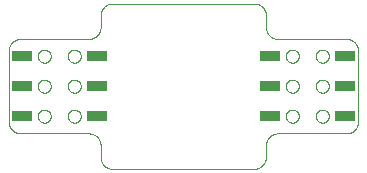
<source format=gbp>
G75*
%MOIN*%
%OFA0B0*%
%FSLAX25Y25*%
%IPPOS*%
%LPD*%
%AMOC8*
5,1,8,0,0,1.08239X$1,22.5*
%
%ADD10C,0.00000*%
%ADD11R,0.07087X0.03543*%
D10*
X0045791Y0032012D02*
X0045915Y0032010D01*
X0046038Y0032004D01*
X0046162Y0031995D01*
X0046284Y0031981D01*
X0046407Y0031964D01*
X0046529Y0031942D01*
X0046650Y0031917D01*
X0046770Y0031888D01*
X0046889Y0031856D01*
X0047008Y0031819D01*
X0047125Y0031779D01*
X0047240Y0031736D01*
X0047355Y0031688D01*
X0047467Y0031637D01*
X0047578Y0031583D01*
X0047688Y0031525D01*
X0047795Y0031464D01*
X0047901Y0031399D01*
X0048004Y0031331D01*
X0048105Y0031260D01*
X0048204Y0031186D01*
X0048301Y0031109D01*
X0048395Y0031028D01*
X0048486Y0030945D01*
X0048575Y0030859D01*
X0048661Y0030770D01*
X0048744Y0030679D01*
X0048825Y0030585D01*
X0048902Y0030488D01*
X0048976Y0030389D01*
X0049047Y0030288D01*
X0049115Y0030185D01*
X0049180Y0030079D01*
X0049241Y0029972D01*
X0049299Y0029862D01*
X0049353Y0029751D01*
X0049404Y0029639D01*
X0049452Y0029524D01*
X0049495Y0029409D01*
X0049535Y0029292D01*
X0049572Y0029173D01*
X0049604Y0029054D01*
X0049633Y0028934D01*
X0049658Y0028813D01*
X0049680Y0028691D01*
X0049697Y0028568D01*
X0049711Y0028446D01*
X0049720Y0028322D01*
X0049726Y0028199D01*
X0049728Y0028075D01*
X0049728Y0024138D01*
X0049730Y0024014D01*
X0049736Y0023891D01*
X0049745Y0023767D01*
X0049759Y0023645D01*
X0049776Y0023522D01*
X0049798Y0023400D01*
X0049823Y0023279D01*
X0049852Y0023159D01*
X0049884Y0023040D01*
X0049921Y0022921D01*
X0049961Y0022804D01*
X0050004Y0022689D01*
X0050052Y0022574D01*
X0050103Y0022462D01*
X0050157Y0022351D01*
X0050215Y0022241D01*
X0050276Y0022134D01*
X0050341Y0022028D01*
X0050409Y0021925D01*
X0050480Y0021824D01*
X0050554Y0021725D01*
X0050631Y0021628D01*
X0050712Y0021534D01*
X0050795Y0021443D01*
X0050881Y0021354D01*
X0050970Y0021268D01*
X0051061Y0021185D01*
X0051155Y0021104D01*
X0051252Y0021027D01*
X0051351Y0020953D01*
X0051452Y0020882D01*
X0051555Y0020814D01*
X0051661Y0020749D01*
X0051768Y0020688D01*
X0051878Y0020630D01*
X0051989Y0020576D01*
X0052101Y0020525D01*
X0052216Y0020477D01*
X0052331Y0020434D01*
X0052448Y0020394D01*
X0052567Y0020357D01*
X0052686Y0020325D01*
X0052806Y0020296D01*
X0052927Y0020271D01*
X0053049Y0020249D01*
X0053172Y0020232D01*
X0053294Y0020218D01*
X0053418Y0020209D01*
X0053541Y0020203D01*
X0053665Y0020201D01*
X0100909Y0020201D01*
X0101033Y0020203D01*
X0101156Y0020209D01*
X0101280Y0020218D01*
X0101402Y0020232D01*
X0101525Y0020249D01*
X0101647Y0020271D01*
X0101768Y0020296D01*
X0101888Y0020325D01*
X0102007Y0020357D01*
X0102126Y0020394D01*
X0102243Y0020434D01*
X0102358Y0020477D01*
X0102473Y0020525D01*
X0102585Y0020576D01*
X0102696Y0020630D01*
X0102806Y0020688D01*
X0102913Y0020749D01*
X0103019Y0020814D01*
X0103122Y0020882D01*
X0103223Y0020953D01*
X0103322Y0021027D01*
X0103419Y0021104D01*
X0103513Y0021185D01*
X0103604Y0021268D01*
X0103693Y0021354D01*
X0103779Y0021443D01*
X0103862Y0021534D01*
X0103943Y0021628D01*
X0104020Y0021725D01*
X0104094Y0021824D01*
X0104165Y0021925D01*
X0104233Y0022028D01*
X0104298Y0022134D01*
X0104359Y0022241D01*
X0104417Y0022351D01*
X0104471Y0022462D01*
X0104522Y0022574D01*
X0104570Y0022689D01*
X0104613Y0022804D01*
X0104653Y0022921D01*
X0104690Y0023040D01*
X0104722Y0023159D01*
X0104751Y0023279D01*
X0104776Y0023400D01*
X0104798Y0023522D01*
X0104815Y0023645D01*
X0104829Y0023767D01*
X0104838Y0023891D01*
X0104844Y0024014D01*
X0104846Y0024138D01*
X0104846Y0028075D01*
X0104848Y0028199D01*
X0104854Y0028322D01*
X0104863Y0028446D01*
X0104877Y0028568D01*
X0104894Y0028691D01*
X0104916Y0028813D01*
X0104941Y0028934D01*
X0104970Y0029054D01*
X0105002Y0029173D01*
X0105039Y0029292D01*
X0105079Y0029409D01*
X0105122Y0029524D01*
X0105170Y0029639D01*
X0105221Y0029751D01*
X0105275Y0029862D01*
X0105333Y0029972D01*
X0105394Y0030079D01*
X0105459Y0030185D01*
X0105527Y0030288D01*
X0105598Y0030389D01*
X0105672Y0030488D01*
X0105749Y0030585D01*
X0105830Y0030679D01*
X0105913Y0030770D01*
X0105999Y0030859D01*
X0106088Y0030945D01*
X0106179Y0031028D01*
X0106273Y0031109D01*
X0106370Y0031186D01*
X0106469Y0031260D01*
X0106570Y0031331D01*
X0106673Y0031399D01*
X0106779Y0031464D01*
X0106886Y0031525D01*
X0106996Y0031583D01*
X0107107Y0031637D01*
X0107219Y0031688D01*
X0107334Y0031736D01*
X0107449Y0031779D01*
X0107566Y0031819D01*
X0107685Y0031856D01*
X0107804Y0031888D01*
X0107924Y0031917D01*
X0108045Y0031942D01*
X0108167Y0031964D01*
X0108290Y0031981D01*
X0108412Y0031995D01*
X0108536Y0032004D01*
X0108659Y0032010D01*
X0108783Y0032012D01*
X0131618Y0032012D01*
X0131742Y0032014D01*
X0131865Y0032020D01*
X0131989Y0032029D01*
X0132111Y0032043D01*
X0132234Y0032060D01*
X0132356Y0032082D01*
X0132477Y0032107D01*
X0132597Y0032136D01*
X0132716Y0032168D01*
X0132835Y0032205D01*
X0132952Y0032245D01*
X0133067Y0032288D01*
X0133182Y0032336D01*
X0133294Y0032387D01*
X0133405Y0032441D01*
X0133515Y0032499D01*
X0133622Y0032560D01*
X0133728Y0032625D01*
X0133831Y0032693D01*
X0133932Y0032764D01*
X0134031Y0032838D01*
X0134128Y0032915D01*
X0134222Y0032996D01*
X0134313Y0033079D01*
X0134402Y0033165D01*
X0134488Y0033254D01*
X0134571Y0033345D01*
X0134652Y0033439D01*
X0134729Y0033536D01*
X0134803Y0033635D01*
X0134874Y0033736D01*
X0134942Y0033839D01*
X0135007Y0033945D01*
X0135068Y0034052D01*
X0135126Y0034162D01*
X0135180Y0034273D01*
X0135231Y0034385D01*
X0135279Y0034500D01*
X0135322Y0034615D01*
X0135362Y0034732D01*
X0135399Y0034851D01*
X0135431Y0034970D01*
X0135460Y0035090D01*
X0135485Y0035211D01*
X0135507Y0035333D01*
X0135524Y0035456D01*
X0135538Y0035578D01*
X0135547Y0035702D01*
X0135553Y0035825D01*
X0135555Y0035949D01*
X0135555Y0059571D01*
X0135553Y0059695D01*
X0135547Y0059818D01*
X0135538Y0059942D01*
X0135524Y0060064D01*
X0135507Y0060187D01*
X0135485Y0060309D01*
X0135460Y0060430D01*
X0135431Y0060550D01*
X0135399Y0060669D01*
X0135362Y0060788D01*
X0135322Y0060905D01*
X0135279Y0061020D01*
X0135231Y0061135D01*
X0135180Y0061247D01*
X0135126Y0061358D01*
X0135068Y0061468D01*
X0135007Y0061575D01*
X0134942Y0061681D01*
X0134874Y0061784D01*
X0134803Y0061885D01*
X0134729Y0061984D01*
X0134652Y0062081D01*
X0134571Y0062175D01*
X0134488Y0062266D01*
X0134402Y0062355D01*
X0134313Y0062441D01*
X0134222Y0062524D01*
X0134128Y0062605D01*
X0134031Y0062682D01*
X0133932Y0062756D01*
X0133831Y0062827D01*
X0133728Y0062895D01*
X0133622Y0062960D01*
X0133515Y0063021D01*
X0133405Y0063079D01*
X0133294Y0063133D01*
X0133182Y0063184D01*
X0133067Y0063232D01*
X0132952Y0063275D01*
X0132835Y0063315D01*
X0132716Y0063352D01*
X0132597Y0063384D01*
X0132477Y0063413D01*
X0132356Y0063438D01*
X0132234Y0063460D01*
X0132111Y0063477D01*
X0131989Y0063491D01*
X0131865Y0063500D01*
X0131742Y0063506D01*
X0131618Y0063508D01*
X0108783Y0063508D01*
X0108659Y0063510D01*
X0108536Y0063516D01*
X0108412Y0063525D01*
X0108290Y0063539D01*
X0108167Y0063556D01*
X0108045Y0063578D01*
X0107924Y0063603D01*
X0107804Y0063632D01*
X0107685Y0063664D01*
X0107566Y0063701D01*
X0107449Y0063741D01*
X0107334Y0063784D01*
X0107219Y0063832D01*
X0107107Y0063883D01*
X0106996Y0063937D01*
X0106886Y0063995D01*
X0106779Y0064056D01*
X0106673Y0064121D01*
X0106570Y0064189D01*
X0106469Y0064260D01*
X0106370Y0064334D01*
X0106273Y0064411D01*
X0106179Y0064492D01*
X0106088Y0064575D01*
X0105999Y0064661D01*
X0105913Y0064750D01*
X0105830Y0064841D01*
X0105749Y0064935D01*
X0105672Y0065032D01*
X0105598Y0065131D01*
X0105527Y0065232D01*
X0105459Y0065335D01*
X0105394Y0065441D01*
X0105333Y0065548D01*
X0105275Y0065658D01*
X0105221Y0065769D01*
X0105170Y0065881D01*
X0105122Y0065996D01*
X0105079Y0066111D01*
X0105039Y0066228D01*
X0105002Y0066347D01*
X0104970Y0066466D01*
X0104941Y0066586D01*
X0104916Y0066707D01*
X0104894Y0066829D01*
X0104877Y0066952D01*
X0104863Y0067074D01*
X0104854Y0067198D01*
X0104848Y0067321D01*
X0104846Y0067445D01*
X0104846Y0071382D01*
X0104844Y0071506D01*
X0104838Y0071629D01*
X0104829Y0071753D01*
X0104815Y0071875D01*
X0104798Y0071998D01*
X0104776Y0072120D01*
X0104751Y0072241D01*
X0104722Y0072361D01*
X0104690Y0072480D01*
X0104653Y0072599D01*
X0104613Y0072716D01*
X0104570Y0072831D01*
X0104522Y0072946D01*
X0104471Y0073058D01*
X0104417Y0073169D01*
X0104359Y0073279D01*
X0104298Y0073386D01*
X0104233Y0073492D01*
X0104165Y0073595D01*
X0104094Y0073696D01*
X0104020Y0073795D01*
X0103943Y0073892D01*
X0103862Y0073986D01*
X0103779Y0074077D01*
X0103693Y0074166D01*
X0103604Y0074252D01*
X0103513Y0074335D01*
X0103419Y0074416D01*
X0103322Y0074493D01*
X0103223Y0074567D01*
X0103122Y0074638D01*
X0103019Y0074706D01*
X0102913Y0074771D01*
X0102806Y0074832D01*
X0102696Y0074890D01*
X0102585Y0074944D01*
X0102473Y0074995D01*
X0102358Y0075043D01*
X0102243Y0075086D01*
X0102126Y0075126D01*
X0102007Y0075163D01*
X0101888Y0075195D01*
X0101768Y0075224D01*
X0101647Y0075249D01*
X0101525Y0075271D01*
X0101402Y0075288D01*
X0101280Y0075302D01*
X0101156Y0075311D01*
X0101033Y0075317D01*
X0100909Y0075319D01*
X0053665Y0075319D01*
X0053541Y0075317D01*
X0053418Y0075311D01*
X0053294Y0075302D01*
X0053172Y0075288D01*
X0053049Y0075271D01*
X0052927Y0075249D01*
X0052806Y0075224D01*
X0052686Y0075195D01*
X0052567Y0075163D01*
X0052448Y0075126D01*
X0052331Y0075086D01*
X0052216Y0075043D01*
X0052101Y0074995D01*
X0051989Y0074944D01*
X0051878Y0074890D01*
X0051768Y0074832D01*
X0051661Y0074771D01*
X0051555Y0074706D01*
X0051452Y0074638D01*
X0051351Y0074567D01*
X0051252Y0074493D01*
X0051155Y0074416D01*
X0051061Y0074335D01*
X0050970Y0074252D01*
X0050881Y0074166D01*
X0050795Y0074077D01*
X0050712Y0073986D01*
X0050631Y0073892D01*
X0050554Y0073795D01*
X0050480Y0073696D01*
X0050409Y0073595D01*
X0050341Y0073492D01*
X0050276Y0073386D01*
X0050215Y0073279D01*
X0050157Y0073169D01*
X0050103Y0073058D01*
X0050052Y0072946D01*
X0050004Y0072831D01*
X0049961Y0072716D01*
X0049921Y0072599D01*
X0049884Y0072480D01*
X0049852Y0072361D01*
X0049823Y0072241D01*
X0049798Y0072120D01*
X0049776Y0071998D01*
X0049759Y0071875D01*
X0049745Y0071753D01*
X0049736Y0071629D01*
X0049730Y0071506D01*
X0049728Y0071382D01*
X0049728Y0067445D01*
X0049726Y0067321D01*
X0049720Y0067198D01*
X0049711Y0067074D01*
X0049697Y0066952D01*
X0049680Y0066829D01*
X0049658Y0066707D01*
X0049633Y0066586D01*
X0049604Y0066466D01*
X0049572Y0066347D01*
X0049535Y0066228D01*
X0049495Y0066111D01*
X0049452Y0065996D01*
X0049404Y0065881D01*
X0049353Y0065769D01*
X0049299Y0065658D01*
X0049241Y0065548D01*
X0049180Y0065441D01*
X0049115Y0065335D01*
X0049047Y0065232D01*
X0048976Y0065131D01*
X0048902Y0065032D01*
X0048825Y0064935D01*
X0048744Y0064841D01*
X0048661Y0064750D01*
X0048575Y0064661D01*
X0048486Y0064575D01*
X0048395Y0064492D01*
X0048301Y0064411D01*
X0048204Y0064334D01*
X0048105Y0064260D01*
X0048004Y0064189D01*
X0047901Y0064121D01*
X0047795Y0064056D01*
X0047688Y0063995D01*
X0047578Y0063937D01*
X0047467Y0063883D01*
X0047355Y0063832D01*
X0047240Y0063784D01*
X0047125Y0063741D01*
X0047008Y0063701D01*
X0046889Y0063664D01*
X0046770Y0063632D01*
X0046650Y0063603D01*
X0046529Y0063578D01*
X0046407Y0063556D01*
X0046284Y0063539D01*
X0046162Y0063525D01*
X0046038Y0063516D01*
X0045915Y0063510D01*
X0045791Y0063508D01*
X0023055Y0063508D01*
X0022931Y0063506D01*
X0022808Y0063500D01*
X0022684Y0063491D01*
X0022562Y0063477D01*
X0022439Y0063460D01*
X0022317Y0063438D01*
X0022196Y0063413D01*
X0022076Y0063384D01*
X0021957Y0063352D01*
X0021838Y0063315D01*
X0021721Y0063275D01*
X0021606Y0063232D01*
X0021491Y0063184D01*
X0021379Y0063133D01*
X0021268Y0063079D01*
X0021158Y0063021D01*
X0021051Y0062960D01*
X0020945Y0062895D01*
X0020842Y0062827D01*
X0020741Y0062756D01*
X0020642Y0062682D01*
X0020545Y0062605D01*
X0020451Y0062524D01*
X0020360Y0062441D01*
X0020271Y0062355D01*
X0020185Y0062266D01*
X0020102Y0062175D01*
X0020021Y0062081D01*
X0019944Y0061984D01*
X0019870Y0061885D01*
X0019799Y0061784D01*
X0019731Y0061681D01*
X0019666Y0061575D01*
X0019605Y0061468D01*
X0019547Y0061358D01*
X0019493Y0061247D01*
X0019442Y0061135D01*
X0019394Y0061020D01*
X0019351Y0060905D01*
X0019311Y0060788D01*
X0019274Y0060669D01*
X0019242Y0060550D01*
X0019213Y0060430D01*
X0019188Y0060309D01*
X0019166Y0060187D01*
X0019149Y0060064D01*
X0019135Y0059942D01*
X0019126Y0059818D01*
X0019120Y0059695D01*
X0019118Y0059571D01*
X0019118Y0035949D01*
X0019120Y0035825D01*
X0019126Y0035702D01*
X0019135Y0035578D01*
X0019149Y0035456D01*
X0019166Y0035333D01*
X0019188Y0035211D01*
X0019213Y0035090D01*
X0019242Y0034970D01*
X0019274Y0034851D01*
X0019311Y0034732D01*
X0019351Y0034615D01*
X0019394Y0034500D01*
X0019442Y0034385D01*
X0019493Y0034273D01*
X0019547Y0034162D01*
X0019605Y0034052D01*
X0019666Y0033945D01*
X0019731Y0033839D01*
X0019799Y0033736D01*
X0019870Y0033635D01*
X0019944Y0033536D01*
X0020021Y0033439D01*
X0020102Y0033345D01*
X0020185Y0033254D01*
X0020271Y0033165D01*
X0020360Y0033079D01*
X0020451Y0032996D01*
X0020545Y0032915D01*
X0020642Y0032838D01*
X0020741Y0032764D01*
X0020842Y0032693D01*
X0020945Y0032625D01*
X0021051Y0032560D01*
X0021158Y0032499D01*
X0021268Y0032441D01*
X0021379Y0032387D01*
X0021491Y0032336D01*
X0021606Y0032288D01*
X0021721Y0032245D01*
X0021838Y0032205D01*
X0021957Y0032168D01*
X0022076Y0032136D01*
X0022196Y0032107D01*
X0022317Y0032082D01*
X0022439Y0032060D01*
X0022562Y0032043D01*
X0022684Y0032029D01*
X0022808Y0032020D01*
X0022931Y0032014D01*
X0023055Y0032012D01*
X0045791Y0032012D01*
X0038784Y0037760D02*
X0038786Y0037853D01*
X0038792Y0037945D01*
X0038802Y0038037D01*
X0038816Y0038128D01*
X0038833Y0038219D01*
X0038855Y0038309D01*
X0038880Y0038398D01*
X0038909Y0038486D01*
X0038942Y0038572D01*
X0038979Y0038657D01*
X0039019Y0038741D01*
X0039063Y0038822D01*
X0039110Y0038902D01*
X0039160Y0038980D01*
X0039214Y0039055D01*
X0039271Y0039128D01*
X0039331Y0039198D01*
X0039394Y0039266D01*
X0039460Y0039331D01*
X0039528Y0039393D01*
X0039599Y0039453D01*
X0039673Y0039509D01*
X0039749Y0039562D01*
X0039827Y0039611D01*
X0039907Y0039658D01*
X0039989Y0039700D01*
X0040073Y0039740D01*
X0040158Y0039775D01*
X0040245Y0039807D01*
X0040333Y0039836D01*
X0040422Y0039860D01*
X0040512Y0039881D01*
X0040603Y0039897D01*
X0040695Y0039910D01*
X0040787Y0039919D01*
X0040880Y0039924D01*
X0040972Y0039925D01*
X0041065Y0039922D01*
X0041157Y0039915D01*
X0041249Y0039904D01*
X0041340Y0039889D01*
X0041431Y0039871D01*
X0041521Y0039848D01*
X0041609Y0039822D01*
X0041697Y0039792D01*
X0041783Y0039758D01*
X0041867Y0039721D01*
X0041950Y0039679D01*
X0042031Y0039635D01*
X0042111Y0039587D01*
X0042188Y0039536D01*
X0042262Y0039481D01*
X0042335Y0039423D01*
X0042405Y0039363D01*
X0042472Y0039299D01*
X0042536Y0039233D01*
X0042598Y0039163D01*
X0042656Y0039092D01*
X0042711Y0039018D01*
X0042763Y0038941D01*
X0042812Y0038862D01*
X0042858Y0038782D01*
X0042900Y0038699D01*
X0042938Y0038615D01*
X0042973Y0038529D01*
X0043004Y0038442D01*
X0043031Y0038354D01*
X0043054Y0038264D01*
X0043074Y0038174D01*
X0043090Y0038083D01*
X0043102Y0037991D01*
X0043110Y0037899D01*
X0043114Y0037806D01*
X0043114Y0037714D01*
X0043110Y0037621D01*
X0043102Y0037529D01*
X0043090Y0037437D01*
X0043074Y0037346D01*
X0043054Y0037256D01*
X0043031Y0037166D01*
X0043004Y0037078D01*
X0042973Y0036991D01*
X0042938Y0036905D01*
X0042900Y0036821D01*
X0042858Y0036738D01*
X0042812Y0036658D01*
X0042763Y0036579D01*
X0042711Y0036502D01*
X0042656Y0036428D01*
X0042598Y0036357D01*
X0042536Y0036287D01*
X0042472Y0036221D01*
X0042405Y0036157D01*
X0042335Y0036097D01*
X0042262Y0036039D01*
X0042188Y0035984D01*
X0042111Y0035933D01*
X0042032Y0035885D01*
X0041950Y0035841D01*
X0041867Y0035799D01*
X0041783Y0035762D01*
X0041697Y0035728D01*
X0041609Y0035698D01*
X0041521Y0035672D01*
X0041431Y0035649D01*
X0041340Y0035631D01*
X0041249Y0035616D01*
X0041157Y0035605D01*
X0041065Y0035598D01*
X0040972Y0035595D01*
X0040880Y0035596D01*
X0040787Y0035601D01*
X0040695Y0035610D01*
X0040603Y0035623D01*
X0040512Y0035639D01*
X0040422Y0035660D01*
X0040333Y0035684D01*
X0040245Y0035713D01*
X0040158Y0035745D01*
X0040073Y0035780D01*
X0039989Y0035820D01*
X0039907Y0035862D01*
X0039827Y0035909D01*
X0039749Y0035958D01*
X0039673Y0036011D01*
X0039599Y0036067D01*
X0039528Y0036127D01*
X0039460Y0036189D01*
X0039394Y0036254D01*
X0039331Y0036322D01*
X0039271Y0036392D01*
X0039214Y0036465D01*
X0039160Y0036540D01*
X0039110Y0036618D01*
X0039063Y0036698D01*
X0039019Y0036779D01*
X0038979Y0036863D01*
X0038942Y0036948D01*
X0038909Y0037034D01*
X0038880Y0037122D01*
X0038855Y0037211D01*
X0038833Y0037301D01*
X0038816Y0037392D01*
X0038802Y0037483D01*
X0038792Y0037575D01*
X0038786Y0037667D01*
X0038784Y0037760D01*
X0028784Y0037760D02*
X0028786Y0037853D01*
X0028792Y0037945D01*
X0028802Y0038037D01*
X0028816Y0038128D01*
X0028833Y0038219D01*
X0028855Y0038309D01*
X0028880Y0038398D01*
X0028909Y0038486D01*
X0028942Y0038572D01*
X0028979Y0038657D01*
X0029019Y0038741D01*
X0029063Y0038822D01*
X0029110Y0038902D01*
X0029160Y0038980D01*
X0029214Y0039055D01*
X0029271Y0039128D01*
X0029331Y0039198D01*
X0029394Y0039266D01*
X0029460Y0039331D01*
X0029528Y0039393D01*
X0029599Y0039453D01*
X0029673Y0039509D01*
X0029749Y0039562D01*
X0029827Y0039611D01*
X0029907Y0039658D01*
X0029989Y0039700D01*
X0030073Y0039740D01*
X0030158Y0039775D01*
X0030245Y0039807D01*
X0030333Y0039836D01*
X0030422Y0039860D01*
X0030512Y0039881D01*
X0030603Y0039897D01*
X0030695Y0039910D01*
X0030787Y0039919D01*
X0030880Y0039924D01*
X0030972Y0039925D01*
X0031065Y0039922D01*
X0031157Y0039915D01*
X0031249Y0039904D01*
X0031340Y0039889D01*
X0031431Y0039871D01*
X0031521Y0039848D01*
X0031609Y0039822D01*
X0031697Y0039792D01*
X0031783Y0039758D01*
X0031867Y0039721D01*
X0031950Y0039679D01*
X0032031Y0039635D01*
X0032111Y0039587D01*
X0032188Y0039536D01*
X0032262Y0039481D01*
X0032335Y0039423D01*
X0032405Y0039363D01*
X0032472Y0039299D01*
X0032536Y0039233D01*
X0032598Y0039163D01*
X0032656Y0039092D01*
X0032711Y0039018D01*
X0032763Y0038941D01*
X0032812Y0038862D01*
X0032858Y0038782D01*
X0032900Y0038699D01*
X0032938Y0038615D01*
X0032973Y0038529D01*
X0033004Y0038442D01*
X0033031Y0038354D01*
X0033054Y0038264D01*
X0033074Y0038174D01*
X0033090Y0038083D01*
X0033102Y0037991D01*
X0033110Y0037899D01*
X0033114Y0037806D01*
X0033114Y0037714D01*
X0033110Y0037621D01*
X0033102Y0037529D01*
X0033090Y0037437D01*
X0033074Y0037346D01*
X0033054Y0037256D01*
X0033031Y0037166D01*
X0033004Y0037078D01*
X0032973Y0036991D01*
X0032938Y0036905D01*
X0032900Y0036821D01*
X0032858Y0036738D01*
X0032812Y0036658D01*
X0032763Y0036579D01*
X0032711Y0036502D01*
X0032656Y0036428D01*
X0032598Y0036357D01*
X0032536Y0036287D01*
X0032472Y0036221D01*
X0032405Y0036157D01*
X0032335Y0036097D01*
X0032262Y0036039D01*
X0032188Y0035984D01*
X0032111Y0035933D01*
X0032032Y0035885D01*
X0031950Y0035841D01*
X0031867Y0035799D01*
X0031783Y0035762D01*
X0031697Y0035728D01*
X0031609Y0035698D01*
X0031521Y0035672D01*
X0031431Y0035649D01*
X0031340Y0035631D01*
X0031249Y0035616D01*
X0031157Y0035605D01*
X0031065Y0035598D01*
X0030972Y0035595D01*
X0030880Y0035596D01*
X0030787Y0035601D01*
X0030695Y0035610D01*
X0030603Y0035623D01*
X0030512Y0035639D01*
X0030422Y0035660D01*
X0030333Y0035684D01*
X0030245Y0035713D01*
X0030158Y0035745D01*
X0030073Y0035780D01*
X0029989Y0035820D01*
X0029907Y0035862D01*
X0029827Y0035909D01*
X0029749Y0035958D01*
X0029673Y0036011D01*
X0029599Y0036067D01*
X0029528Y0036127D01*
X0029460Y0036189D01*
X0029394Y0036254D01*
X0029331Y0036322D01*
X0029271Y0036392D01*
X0029214Y0036465D01*
X0029160Y0036540D01*
X0029110Y0036618D01*
X0029063Y0036698D01*
X0029019Y0036779D01*
X0028979Y0036863D01*
X0028942Y0036948D01*
X0028909Y0037034D01*
X0028880Y0037122D01*
X0028855Y0037211D01*
X0028833Y0037301D01*
X0028816Y0037392D01*
X0028802Y0037483D01*
X0028792Y0037575D01*
X0028786Y0037667D01*
X0028784Y0037760D01*
X0028784Y0047760D02*
X0028786Y0047853D01*
X0028792Y0047945D01*
X0028802Y0048037D01*
X0028816Y0048128D01*
X0028833Y0048219D01*
X0028855Y0048309D01*
X0028880Y0048398D01*
X0028909Y0048486D01*
X0028942Y0048572D01*
X0028979Y0048657D01*
X0029019Y0048741D01*
X0029063Y0048822D01*
X0029110Y0048902D01*
X0029160Y0048980D01*
X0029214Y0049055D01*
X0029271Y0049128D01*
X0029331Y0049198D01*
X0029394Y0049266D01*
X0029460Y0049331D01*
X0029528Y0049393D01*
X0029599Y0049453D01*
X0029673Y0049509D01*
X0029749Y0049562D01*
X0029827Y0049611D01*
X0029907Y0049658D01*
X0029989Y0049700D01*
X0030073Y0049740D01*
X0030158Y0049775D01*
X0030245Y0049807D01*
X0030333Y0049836D01*
X0030422Y0049860D01*
X0030512Y0049881D01*
X0030603Y0049897D01*
X0030695Y0049910D01*
X0030787Y0049919D01*
X0030880Y0049924D01*
X0030972Y0049925D01*
X0031065Y0049922D01*
X0031157Y0049915D01*
X0031249Y0049904D01*
X0031340Y0049889D01*
X0031431Y0049871D01*
X0031521Y0049848D01*
X0031609Y0049822D01*
X0031697Y0049792D01*
X0031783Y0049758D01*
X0031867Y0049721D01*
X0031950Y0049679D01*
X0032031Y0049635D01*
X0032111Y0049587D01*
X0032188Y0049536D01*
X0032262Y0049481D01*
X0032335Y0049423D01*
X0032405Y0049363D01*
X0032472Y0049299D01*
X0032536Y0049233D01*
X0032598Y0049163D01*
X0032656Y0049092D01*
X0032711Y0049018D01*
X0032763Y0048941D01*
X0032812Y0048862D01*
X0032858Y0048782D01*
X0032900Y0048699D01*
X0032938Y0048615D01*
X0032973Y0048529D01*
X0033004Y0048442D01*
X0033031Y0048354D01*
X0033054Y0048264D01*
X0033074Y0048174D01*
X0033090Y0048083D01*
X0033102Y0047991D01*
X0033110Y0047899D01*
X0033114Y0047806D01*
X0033114Y0047714D01*
X0033110Y0047621D01*
X0033102Y0047529D01*
X0033090Y0047437D01*
X0033074Y0047346D01*
X0033054Y0047256D01*
X0033031Y0047166D01*
X0033004Y0047078D01*
X0032973Y0046991D01*
X0032938Y0046905D01*
X0032900Y0046821D01*
X0032858Y0046738D01*
X0032812Y0046658D01*
X0032763Y0046579D01*
X0032711Y0046502D01*
X0032656Y0046428D01*
X0032598Y0046357D01*
X0032536Y0046287D01*
X0032472Y0046221D01*
X0032405Y0046157D01*
X0032335Y0046097D01*
X0032262Y0046039D01*
X0032188Y0045984D01*
X0032111Y0045933D01*
X0032032Y0045885D01*
X0031950Y0045841D01*
X0031867Y0045799D01*
X0031783Y0045762D01*
X0031697Y0045728D01*
X0031609Y0045698D01*
X0031521Y0045672D01*
X0031431Y0045649D01*
X0031340Y0045631D01*
X0031249Y0045616D01*
X0031157Y0045605D01*
X0031065Y0045598D01*
X0030972Y0045595D01*
X0030880Y0045596D01*
X0030787Y0045601D01*
X0030695Y0045610D01*
X0030603Y0045623D01*
X0030512Y0045639D01*
X0030422Y0045660D01*
X0030333Y0045684D01*
X0030245Y0045713D01*
X0030158Y0045745D01*
X0030073Y0045780D01*
X0029989Y0045820D01*
X0029907Y0045862D01*
X0029827Y0045909D01*
X0029749Y0045958D01*
X0029673Y0046011D01*
X0029599Y0046067D01*
X0029528Y0046127D01*
X0029460Y0046189D01*
X0029394Y0046254D01*
X0029331Y0046322D01*
X0029271Y0046392D01*
X0029214Y0046465D01*
X0029160Y0046540D01*
X0029110Y0046618D01*
X0029063Y0046698D01*
X0029019Y0046779D01*
X0028979Y0046863D01*
X0028942Y0046948D01*
X0028909Y0047034D01*
X0028880Y0047122D01*
X0028855Y0047211D01*
X0028833Y0047301D01*
X0028816Y0047392D01*
X0028802Y0047483D01*
X0028792Y0047575D01*
X0028786Y0047667D01*
X0028784Y0047760D01*
X0038784Y0047760D02*
X0038786Y0047853D01*
X0038792Y0047945D01*
X0038802Y0048037D01*
X0038816Y0048128D01*
X0038833Y0048219D01*
X0038855Y0048309D01*
X0038880Y0048398D01*
X0038909Y0048486D01*
X0038942Y0048572D01*
X0038979Y0048657D01*
X0039019Y0048741D01*
X0039063Y0048822D01*
X0039110Y0048902D01*
X0039160Y0048980D01*
X0039214Y0049055D01*
X0039271Y0049128D01*
X0039331Y0049198D01*
X0039394Y0049266D01*
X0039460Y0049331D01*
X0039528Y0049393D01*
X0039599Y0049453D01*
X0039673Y0049509D01*
X0039749Y0049562D01*
X0039827Y0049611D01*
X0039907Y0049658D01*
X0039989Y0049700D01*
X0040073Y0049740D01*
X0040158Y0049775D01*
X0040245Y0049807D01*
X0040333Y0049836D01*
X0040422Y0049860D01*
X0040512Y0049881D01*
X0040603Y0049897D01*
X0040695Y0049910D01*
X0040787Y0049919D01*
X0040880Y0049924D01*
X0040972Y0049925D01*
X0041065Y0049922D01*
X0041157Y0049915D01*
X0041249Y0049904D01*
X0041340Y0049889D01*
X0041431Y0049871D01*
X0041521Y0049848D01*
X0041609Y0049822D01*
X0041697Y0049792D01*
X0041783Y0049758D01*
X0041867Y0049721D01*
X0041950Y0049679D01*
X0042031Y0049635D01*
X0042111Y0049587D01*
X0042188Y0049536D01*
X0042262Y0049481D01*
X0042335Y0049423D01*
X0042405Y0049363D01*
X0042472Y0049299D01*
X0042536Y0049233D01*
X0042598Y0049163D01*
X0042656Y0049092D01*
X0042711Y0049018D01*
X0042763Y0048941D01*
X0042812Y0048862D01*
X0042858Y0048782D01*
X0042900Y0048699D01*
X0042938Y0048615D01*
X0042973Y0048529D01*
X0043004Y0048442D01*
X0043031Y0048354D01*
X0043054Y0048264D01*
X0043074Y0048174D01*
X0043090Y0048083D01*
X0043102Y0047991D01*
X0043110Y0047899D01*
X0043114Y0047806D01*
X0043114Y0047714D01*
X0043110Y0047621D01*
X0043102Y0047529D01*
X0043090Y0047437D01*
X0043074Y0047346D01*
X0043054Y0047256D01*
X0043031Y0047166D01*
X0043004Y0047078D01*
X0042973Y0046991D01*
X0042938Y0046905D01*
X0042900Y0046821D01*
X0042858Y0046738D01*
X0042812Y0046658D01*
X0042763Y0046579D01*
X0042711Y0046502D01*
X0042656Y0046428D01*
X0042598Y0046357D01*
X0042536Y0046287D01*
X0042472Y0046221D01*
X0042405Y0046157D01*
X0042335Y0046097D01*
X0042262Y0046039D01*
X0042188Y0045984D01*
X0042111Y0045933D01*
X0042032Y0045885D01*
X0041950Y0045841D01*
X0041867Y0045799D01*
X0041783Y0045762D01*
X0041697Y0045728D01*
X0041609Y0045698D01*
X0041521Y0045672D01*
X0041431Y0045649D01*
X0041340Y0045631D01*
X0041249Y0045616D01*
X0041157Y0045605D01*
X0041065Y0045598D01*
X0040972Y0045595D01*
X0040880Y0045596D01*
X0040787Y0045601D01*
X0040695Y0045610D01*
X0040603Y0045623D01*
X0040512Y0045639D01*
X0040422Y0045660D01*
X0040333Y0045684D01*
X0040245Y0045713D01*
X0040158Y0045745D01*
X0040073Y0045780D01*
X0039989Y0045820D01*
X0039907Y0045862D01*
X0039827Y0045909D01*
X0039749Y0045958D01*
X0039673Y0046011D01*
X0039599Y0046067D01*
X0039528Y0046127D01*
X0039460Y0046189D01*
X0039394Y0046254D01*
X0039331Y0046322D01*
X0039271Y0046392D01*
X0039214Y0046465D01*
X0039160Y0046540D01*
X0039110Y0046618D01*
X0039063Y0046698D01*
X0039019Y0046779D01*
X0038979Y0046863D01*
X0038942Y0046948D01*
X0038909Y0047034D01*
X0038880Y0047122D01*
X0038855Y0047211D01*
X0038833Y0047301D01*
X0038816Y0047392D01*
X0038802Y0047483D01*
X0038792Y0047575D01*
X0038786Y0047667D01*
X0038784Y0047760D01*
X0038784Y0057760D02*
X0038786Y0057853D01*
X0038792Y0057945D01*
X0038802Y0058037D01*
X0038816Y0058128D01*
X0038833Y0058219D01*
X0038855Y0058309D01*
X0038880Y0058398D01*
X0038909Y0058486D01*
X0038942Y0058572D01*
X0038979Y0058657D01*
X0039019Y0058741D01*
X0039063Y0058822D01*
X0039110Y0058902D01*
X0039160Y0058980D01*
X0039214Y0059055D01*
X0039271Y0059128D01*
X0039331Y0059198D01*
X0039394Y0059266D01*
X0039460Y0059331D01*
X0039528Y0059393D01*
X0039599Y0059453D01*
X0039673Y0059509D01*
X0039749Y0059562D01*
X0039827Y0059611D01*
X0039907Y0059658D01*
X0039989Y0059700D01*
X0040073Y0059740D01*
X0040158Y0059775D01*
X0040245Y0059807D01*
X0040333Y0059836D01*
X0040422Y0059860D01*
X0040512Y0059881D01*
X0040603Y0059897D01*
X0040695Y0059910D01*
X0040787Y0059919D01*
X0040880Y0059924D01*
X0040972Y0059925D01*
X0041065Y0059922D01*
X0041157Y0059915D01*
X0041249Y0059904D01*
X0041340Y0059889D01*
X0041431Y0059871D01*
X0041521Y0059848D01*
X0041609Y0059822D01*
X0041697Y0059792D01*
X0041783Y0059758D01*
X0041867Y0059721D01*
X0041950Y0059679D01*
X0042031Y0059635D01*
X0042111Y0059587D01*
X0042188Y0059536D01*
X0042262Y0059481D01*
X0042335Y0059423D01*
X0042405Y0059363D01*
X0042472Y0059299D01*
X0042536Y0059233D01*
X0042598Y0059163D01*
X0042656Y0059092D01*
X0042711Y0059018D01*
X0042763Y0058941D01*
X0042812Y0058862D01*
X0042858Y0058782D01*
X0042900Y0058699D01*
X0042938Y0058615D01*
X0042973Y0058529D01*
X0043004Y0058442D01*
X0043031Y0058354D01*
X0043054Y0058264D01*
X0043074Y0058174D01*
X0043090Y0058083D01*
X0043102Y0057991D01*
X0043110Y0057899D01*
X0043114Y0057806D01*
X0043114Y0057714D01*
X0043110Y0057621D01*
X0043102Y0057529D01*
X0043090Y0057437D01*
X0043074Y0057346D01*
X0043054Y0057256D01*
X0043031Y0057166D01*
X0043004Y0057078D01*
X0042973Y0056991D01*
X0042938Y0056905D01*
X0042900Y0056821D01*
X0042858Y0056738D01*
X0042812Y0056658D01*
X0042763Y0056579D01*
X0042711Y0056502D01*
X0042656Y0056428D01*
X0042598Y0056357D01*
X0042536Y0056287D01*
X0042472Y0056221D01*
X0042405Y0056157D01*
X0042335Y0056097D01*
X0042262Y0056039D01*
X0042188Y0055984D01*
X0042111Y0055933D01*
X0042032Y0055885D01*
X0041950Y0055841D01*
X0041867Y0055799D01*
X0041783Y0055762D01*
X0041697Y0055728D01*
X0041609Y0055698D01*
X0041521Y0055672D01*
X0041431Y0055649D01*
X0041340Y0055631D01*
X0041249Y0055616D01*
X0041157Y0055605D01*
X0041065Y0055598D01*
X0040972Y0055595D01*
X0040880Y0055596D01*
X0040787Y0055601D01*
X0040695Y0055610D01*
X0040603Y0055623D01*
X0040512Y0055639D01*
X0040422Y0055660D01*
X0040333Y0055684D01*
X0040245Y0055713D01*
X0040158Y0055745D01*
X0040073Y0055780D01*
X0039989Y0055820D01*
X0039907Y0055862D01*
X0039827Y0055909D01*
X0039749Y0055958D01*
X0039673Y0056011D01*
X0039599Y0056067D01*
X0039528Y0056127D01*
X0039460Y0056189D01*
X0039394Y0056254D01*
X0039331Y0056322D01*
X0039271Y0056392D01*
X0039214Y0056465D01*
X0039160Y0056540D01*
X0039110Y0056618D01*
X0039063Y0056698D01*
X0039019Y0056779D01*
X0038979Y0056863D01*
X0038942Y0056948D01*
X0038909Y0057034D01*
X0038880Y0057122D01*
X0038855Y0057211D01*
X0038833Y0057301D01*
X0038816Y0057392D01*
X0038802Y0057483D01*
X0038792Y0057575D01*
X0038786Y0057667D01*
X0038784Y0057760D01*
X0028784Y0057760D02*
X0028786Y0057853D01*
X0028792Y0057945D01*
X0028802Y0058037D01*
X0028816Y0058128D01*
X0028833Y0058219D01*
X0028855Y0058309D01*
X0028880Y0058398D01*
X0028909Y0058486D01*
X0028942Y0058572D01*
X0028979Y0058657D01*
X0029019Y0058741D01*
X0029063Y0058822D01*
X0029110Y0058902D01*
X0029160Y0058980D01*
X0029214Y0059055D01*
X0029271Y0059128D01*
X0029331Y0059198D01*
X0029394Y0059266D01*
X0029460Y0059331D01*
X0029528Y0059393D01*
X0029599Y0059453D01*
X0029673Y0059509D01*
X0029749Y0059562D01*
X0029827Y0059611D01*
X0029907Y0059658D01*
X0029989Y0059700D01*
X0030073Y0059740D01*
X0030158Y0059775D01*
X0030245Y0059807D01*
X0030333Y0059836D01*
X0030422Y0059860D01*
X0030512Y0059881D01*
X0030603Y0059897D01*
X0030695Y0059910D01*
X0030787Y0059919D01*
X0030880Y0059924D01*
X0030972Y0059925D01*
X0031065Y0059922D01*
X0031157Y0059915D01*
X0031249Y0059904D01*
X0031340Y0059889D01*
X0031431Y0059871D01*
X0031521Y0059848D01*
X0031609Y0059822D01*
X0031697Y0059792D01*
X0031783Y0059758D01*
X0031867Y0059721D01*
X0031950Y0059679D01*
X0032031Y0059635D01*
X0032111Y0059587D01*
X0032188Y0059536D01*
X0032262Y0059481D01*
X0032335Y0059423D01*
X0032405Y0059363D01*
X0032472Y0059299D01*
X0032536Y0059233D01*
X0032598Y0059163D01*
X0032656Y0059092D01*
X0032711Y0059018D01*
X0032763Y0058941D01*
X0032812Y0058862D01*
X0032858Y0058782D01*
X0032900Y0058699D01*
X0032938Y0058615D01*
X0032973Y0058529D01*
X0033004Y0058442D01*
X0033031Y0058354D01*
X0033054Y0058264D01*
X0033074Y0058174D01*
X0033090Y0058083D01*
X0033102Y0057991D01*
X0033110Y0057899D01*
X0033114Y0057806D01*
X0033114Y0057714D01*
X0033110Y0057621D01*
X0033102Y0057529D01*
X0033090Y0057437D01*
X0033074Y0057346D01*
X0033054Y0057256D01*
X0033031Y0057166D01*
X0033004Y0057078D01*
X0032973Y0056991D01*
X0032938Y0056905D01*
X0032900Y0056821D01*
X0032858Y0056738D01*
X0032812Y0056658D01*
X0032763Y0056579D01*
X0032711Y0056502D01*
X0032656Y0056428D01*
X0032598Y0056357D01*
X0032536Y0056287D01*
X0032472Y0056221D01*
X0032405Y0056157D01*
X0032335Y0056097D01*
X0032262Y0056039D01*
X0032188Y0055984D01*
X0032111Y0055933D01*
X0032032Y0055885D01*
X0031950Y0055841D01*
X0031867Y0055799D01*
X0031783Y0055762D01*
X0031697Y0055728D01*
X0031609Y0055698D01*
X0031521Y0055672D01*
X0031431Y0055649D01*
X0031340Y0055631D01*
X0031249Y0055616D01*
X0031157Y0055605D01*
X0031065Y0055598D01*
X0030972Y0055595D01*
X0030880Y0055596D01*
X0030787Y0055601D01*
X0030695Y0055610D01*
X0030603Y0055623D01*
X0030512Y0055639D01*
X0030422Y0055660D01*
X0030333Y0055684D01*
X0030245Y0055713D01*
X0030158Y0055745D01*
X0030073Y0055780D01*
X0029989Y0055820D01*
X0029907Y0055862D01*
X0029827Y0055909D01*
X0029749Y0055958D01*
X0029673Y0056011D01*
X0029599Y0056067D01*
X0029528Y0056127D01*
X0029460Y0056189D01*
X0029394Y0056254D01*
X0029331Y0056322D01*
X0029271Y0056392D01*
X0029214Y0056465D01*
X0029160Y0056540D01*
X0029110Y0056618D01*
X0029063Y0056698D01*
X0029019Y0056779D01*
X0028979Y0056863D01*
X0028942Y0056948D01*
X0028909Y0057034D01*
X0028880Y0057122D01*
X0028855Y0057211D01*
X0028833Y0057301D01*
X0028816Y0057392D01*
X0028802Y0057483D01*
X0028792Y0057575D01*
X0028786Y0057667D01*
X0028784Y0057760D01*
X0111461Y0057760D02*
X0111463Y0057853D01*
X0111469Y0057945D01*
X0111479Y0058037D01*
X0111493Y0058128D01*
X0111510Y0058219D01*
X0111532Y0058309D01*
X0111557Y0058398D01*
X0111586Y0058486D01*
X0111619Y0058572D01*
X0111656Y0058657D01*
X0111696Y0058741D01*
X0111740Y0058822D01*
X0111787Y0058902D01*
X0111837Y0058980D01*
X0111891Y0059055D01*
X0111948Y0059128D01*
X0112008Y0059198D01*
X0112071Y0059266D01*
X0112137Y0059331D01*
X0112205Y0059393D01*
X0112276Y0059453D01*
X0112350Y0059509D01*
X0112426Y0059562D01*
X0112504Y0059611D01*
X0112584Y0059658D01*
X0112666Y0059700D01*
X0112750Y0059740D01*
X0112835Y0059775D01*
X0112922Y0059807D01*
X0113010Y0059836D01*
X0113099Y0059860D01*
X0113189Y0059881D01*
X0113280Y0059897D01*
X0113372Y0059910D01*
X0113464Y0059919D01*
X0113557Y0059924D01*
X0113649Y0059925D01*
X0113742Y0059922D01*
X0113834Y0059915D01*
X0113926Y0059904D01*
X0114017Y0059889D01*
X0114108Y0059871D01*
X0114198Y0059848D01*
X0114286Y0059822D01*
X0114374Y0059792D01*
X0114460Y0059758D01*
X0114544Y0059721D01*
X0114627Y0059679D01*
X0114708Y0059635D01*
X0114788Y0059587D01*
X0114865Y0059536D01*
X0114939Y0059481D01*
X0115012Y0059423D01*
X0115082Y0059363D01*
X0115149Y0059299D01*
X0115213Y0059233D01*
X0115275Y0059163D01*
X0115333Y0059092D01*
X0115388Y0059018D01*
X0115440Y0058941D01*
X0115489Y0058862D01*
X0115535Y0058782D01*
X0115577Y0058699D01*
X0115615Y0058615D01*
X0115650Y0058529D01*
X0115681Y0058442D01*
X0115708Y0058354D01*
X0115731Y0058264D01*
X0115751Y0058174D01*
X0115767Y0058083D01*
X0115779Y0057991D01*
X0115787Y0057899D01*
X0115791Y0057806D01*
X0115791Y0057714D01*
X0115787Y0057621D01*
X0115779Y0057529D01*
X0115767Y0057437D01*
X0115751Y0057346D01*
X0115731Y0057256D01*
X0115708Y0057166D01*
X0115681Y0057078D01*
X0115650Y0056991D01*
X0115615Y0056905D01*
X0115577Y0056821D01*
X0115535Y0056738D01*
X0115489Y0056658D01*
X0115440Y0056579D01*
X0115388Y0056502D01*
X0115333Y0056428D01*
X0115275Y0056357D01*
X0115213Y0056287D01*
X0115149Y0056221D01*
X0115082Y0056157D01*
X0115012Y0056097D01*
X0114939Y0056039D01*
X0114865Y0055984D01*
X0114788Y0055933D01*
X0114709Y0055885D01*
X0114627Y0055841D01*
X0114544Y0055799D01*
X0114460Y0055762D01*
X0114374Y0055728D01*
X0114286Y0055698D01*
X0114198Y0055672D01*
X0114108Y0055649D01*
X0114017Y0055631D01*
X0113926Y0055616D01*
X0113834Y0055605D01*
X0113742Y0055598D01*
X0113649Y0055595D01*
X0113557Y0055596D01*
X0113464Y0055601D01*
X0113372Y0055610D01*
X0113280Y0055623D01*
X0113189Y0055639D01*
X0113099Y0055660D01*
X0113010Y0055684D01*
X0112922Y0055713D01*
X0112835Y0055745D01*
X0112750Y0055780D01*
X0112666Y0055820D01*
X0112584Y0055862D01*
X0112504Y0055909D01*
X0112426Y0055958D01*
X0112350Y0056011D01*
X0112276Y0056067D01*
X0112205Y0056127D01*
X0112137Y0056189D01*
X0112071Y0056254D01*
X0112008Y0056322D01*
X0111948Y0056392D01*
X0111891Y0056465D01*
X0111837Y0056540D01*
X0111787Y0056618D01*
X0111740Y0056698D01*
X0111696Y0056779D01*
X0111656Y0056863D01*
X0111619Y0056948D01*
X0111586Y0057034D01*
X0111557Y0057122D01*
X0111532Y0057211D01*
X0111510Y0057301D01*
X0111493Y0057392D01*
X0111479Y0057483D01*
X0111469Y0057575D01*
X0111463Y0057667D01*
X0111461Y0057760D01*
X0121461Y0057760D02*
X0121463Y0057853D01*
X0121469Y0057945D01*
X0121479Y0058037D01*
X0121493Y0058128D01*
X0121510Y0058219D01*
X0121532Y0058309D01*
X0121557Y0058398D01*
X0121586Y0058486D01*
X0121619Y0058572D01*
X0121656Y0058657D01*
X0121696Y0058741D01*
X0121740Y0058822D01*
X0121787Y0058902D01*
X0121837Y0058980D01*
X0121891Y0059055D01*
X0121948Y0059128D01*
X0122008Y0059198D01*
X0122071Y0059266D01*
X0122137Y0059331D01*
X0122205Y0059393D01*
X0122276Y0059453D01*
X0122350Y0059509D01*
X0122426Y0059562D01*
X0122504Y0059611D01*
X0122584Y0059658D01*
X0122666Y0059700D01*
X0122750Y0059740D01*
X0122835Y0059775D01*
X0122922Y0059807D01*
X0123010Y0059836D01*
X0123099Y0059860D01*
X0123189Y0059881D01*
X0123280Y0059897D01*
X0123372Y0059910D01*
X0123464Y0059919D01*
X0123557Y0059924D01*
X0123649Y0059925D01*
X0123742Y0059922D01*
X0123834Y0059915D01*
X0123926Y0059904D01*
X0124017Y0059889D01*
X0124108Y0059871D01*
X0124198Y0059848D01*
X0124286Y0059822D01*
X0124374Y0059792D01*
X0124460Y0059758D01*
X0124544Y0059721D01*
X0124627Y0059679D01*
X0124708Y0059635D01*
X0124788Y0059587D01*
X0124865Y0059536D01*
X0124939Y0059481D01*
X0125012Y0059423D01*
X0125082Y0059363D01*
X0125149Y0059299D01*
X0125213Y0059233D01*
X0125275Y0059163D01*
X0125333Y0059092D01*
X0125388Y0059018D01*
X0125440Y0058941D01*
X0125489Y0058862D01*
X0125535Y0058782D01*
X0125577Y0058699D01*
X0125615Y0058615D01*
X0125650Y0058529D01*
X0125681Y0058442D01*
X0125708Y0058354D01*
X0125731Y0058264D01*
X0125751Y0058174D01*
X0125767Y0058083D01*
X0125779Y0057991D01*
X0125787Y0057899D01*
X0125791Y0057806D01*
X0125791Y0057714D01*
X0125787Y0057621D01*
X0125779Y0057529D01*
X0125767Y0057437D01*
X0125751Y0057346D01*
X0125731Y0057256D01*
X0125708Y0057166D01*
X0125681Y0057078D01*
X0125650Y0056991D01*
X0125615Y0056905D01*
X0125577Y0056821D01*
X0125535Y0056738D01*
X0125489Y0056658D01*
X0125440Y0056579D01*
X0125388Y0056502D01*
X0125333Y0056428D01*
X0125275Y0056357D01*
X0125213Y0056287D01*
X0125149Y0056221D01*
X0125082Y0056157D01*
X0125012Y0056097D01*
X0124939Y0056039D01*
X0124865Y0055984D01*
X0124788Y0055933D01*
X0124709Y0055885D01*
X0124627Y0055841D01*
X0124544Y0055799D01*
X0124460Y0055762D01*
X0124374Y0055728D01*
X0124286Y0055698D01*
X0124198Y0055672D01*
X0124108Y0055649D01*
X0124017Y0055631D01*
X0123926Y0055616D01*
X0123834Y0055605D01*
X0123742Y0055598D01*
X0123649Y0055595D01*
X0123557Y0055596D01*
X0123464Y0055601D01*
X0123372Y0055610D01*
X0123280Y0055623D01*
X0123189Y0055639D01*
X0123099Y0055660D01*
X0123010Y0055684D01*
X0122922Y0055713D01*
X0122835Y0055745D01*
X0122750Y0055780D01*
X0122666Y0055820D01*
X0122584Y0055862D01*
X0122504Y0055909D01*
X0122426Y0055958D01*
X0122350Y0056011D01*
X0122276Y0056067D01*
X0122205Y0056127D01*
X0122137Y0056189D01*
X0122071Y0056254D01*
X0122008Y0056322D01*
X0121948Y0056392D01*
X0121891Y0056465D01*
X0121837Y0056540D01*
X0121787Y0056618D01*
X0121740Y0056698D01*
X0121696Y0056779D01*
X0121656Y0056863D01*
X0121619Y0056948D01*
X0121586Y0057034D01*
X0121557Y0057122D01*
X0121532Y0057211D01*
X0121510Y0057301D01*
X0121493Y0057392D01*
X0121479Y0057483D01*
X0121469Y0057575D01*
X0121463Y0057667D01*
X0121461Y0057760D01*
X0121461Y0047760D02*
X0121463Y0047853D01*
X0121469Y0047945D01*
X0121479Y0048037D01*
X0121493Y0048128D01*
X0121510Y0048219D01*
X0121532Y0048309D01*
X0121557Y0048398D01*
X0121586Y0048486D01*
X0121619Y0048572D01*
X0121656Y0048657D01*
X0121696Y0048741D01*
X0121740Y0048822D01*
X0121787Y0048902D01*
X0121837Y0048980D01*
X0121891Y0049055D01*
X0121948Y0049128D01*
X0122008Y0049198D01*
X0122071Y0049266D01*
X0122137Y0049331D01*
X0122205Y0049393D01*
X0122276Y0049453D01*
X0122350Y0049509D01*
X0122426Y0049562D01*
X0122504Y0049611D01*
X0122584Y0049658D01*
X0122666Y0049700D01*
X0122750Y0049740D01*
X0122835Y0049775D01*
X0122922Y0049807D01*
X0123010Y0049836D01*
X0123099Y0049860D01*
X0123189Y0049881D01*
X0123280Y0049897D01*
X0123372Y0049910D01*
X0123464Y0049919D01*
X0123557Y0049924D01*
X0123649Y0049925D01*
X0123742Y0049922D01*
X0123834Y0049915D01*
X0123926Y0049904D01*
X0124017Y0049889D01*
X0124108Y0049871D01*
X0124198Y0049848D01*
X0124286Y0049822D01*
X0124374Y0049792D01*
X0124460Y0049758D01*
X0124544Y0049721D01*
X0124627Y0049679D01*
X0124708Y0049635D01*
X0124788Y0049587D01*
X0124865Y0049536D01*
X0124939Y0049481D01*
X0125012Y0049423D01*
X0125082Y0049363D01*
X0125149Y0049299D01*
X0125213Y0049233D01*
X0125275Y0049163D01*
X0125333Y0049092D01*
X0125388Y0049018D01*
X0125440Y0048941D01*
X0125489Y0048862D01*
X0125535Y0048782D01*
X0125577Y0048699D01*
X0125615Y0048615D01*
X0125650Y0048529D01*
X0125681Y0048442D01*
X0125708Y0048354D01*
X0125731Y0048264D01*
X0125751Y0048174D01*
X0125767Y0048083D01*
X0125779Y0047991D01*
X0125787Y0047899D01*
X0125791Y0047806D01*
X0125791Y0047714D01*
X0125787Y0047621D01*
X0125779Y0047529D01*
X0125767Y0047437D01*
X0125751Y0047346D01*
X0125731Y0047256D01*
X0125708Y0047166D01*
X0125681Y0047078D01*
X0125650Y0046991D01*
X0125615Y0046905D01*
X0125577Y0046821D01*
X0125535Y0046738D01*
X0125489Y0046658D01*
X0125440Y0046579D01*
X0125388Y0046502D01*
X0125333Y0046428D01*
X0125275Y0046357D01*
X0125213Y0046287D01*
X0125149Y0046221D01*
X0125082Y0046157D01*
X0125012Y0046097D01*
X0124939Y0046039D01*
X0124865Y0045984D01*
X0124788Y0045933D01*
X0124709Y0045885D01*
X0124627Y0045841D01*
X0124544Y0045799D01*
X0124460Y0045762D01*
X0124374Y0045728D01*
X0124286Y0045698D01*
X0124198Y0045672D01*
X0124108Y0045649D01*
X0124017Y0045631D01*
X0123926Y0045616D01*
X0123834Y0045605D01*
X0123742Y0045598D01*
X0123649Y0045595D01*
X0123557Y0045596D01*
X0123464Y0045601D01*
X0123372Y0045610D01*
X0123280Y0045623D01*
X0123189Y0045639D01*
X0123099Y0045660D01*
X0123010Y0045684D01*
X0122922Y0045713D01*
X0122835Y0045745D01*
X0122750Y0045780D01*
X0122666Y0045820D01*
X0122584Y0045862D01*
X0122504Y0045909D01*
X0122426Y0045958D01*
X0122350Y0046011D01*
X0122276Y0046067D01*
X0122205Y0046127D01*
X0122137Y0046189D01*
X0122071Y0046254D01*
X0122008Y0046322D01*
X0121948Y0046392D01*
X0121891Y0046465D01*
X0121837Y0046540D01*
X0121787Y0046618D01*
X0121740Y0046698D01*
X0121696Y0046779D01*
X0121656Y0046863D01*
X0121619Y0046948D01*
X0121586Y0047034D01*
X0121557Y0047122D01*
X0121532Y0047211D01*
X0121510Y0047301D01*
X0121493Y0047392D01*
X0121479Y0047483D01*
X0121469Y0047575D01*
X0121463Y0047667D01*
X0121461Y0047760D01*
X0111461Y0047760D02*
X0111463Y0047853D01*
X0111469Y0047945D01*
X0111479Y0048037D01*
X0111493Y0048128D01*
X0111510Y0048219D01*
X0111532Y0048309D01*
X0111557Y0048398D01*
X0111586Y0048486D01*
X0111619Y0048572D01*
X0111656Y0048657D01*
X0111696Y0048741D01*
X0111740Y0048822D01*
X0111787Y0048902D01*
X0111837Y0048980D01*
X0111891Y0049055D01*
X0111948Y0049128D01*
X0112008Y0049198D01*
X0112071Y0049266D01*
X0112137Y0049331D01*
X0112205Y0049393D01*
X0112276Y0049453D01*
X0112350Y0049509D01*
X0112426Y0049562D01*
X0112504Y0049611D01*
X0112584Y0049658D01*
X0112666Y0049700D01*
X0112750Y0049740D01*
X0112835Y0049775D01*
X0112922Y0049807D01*
X0113010Y0049836D01*
X0113099Y0049860D01*
X0113189Y0049881D01*
X0113280Y0049897D01*
X0113372Y0049910D01*
X0113464Y0049919D01*
X0113557Y0049924D01*
X0113649Y0049925D01*
X0113742Y0049922D01*
X0113834Y0049915D01*
X0113926Y0049904D01*
X0114017Y0049889D01*
X0114108Y0049871D01*
X0114198Y0049848D01*
X0114286Y0049822D01*
X0114374Y0049792D01*
X0114460Y0049758D01*
X0114544Y0049721D01*
X0114627Y0049679D01*
X0114708Y0049635D01*
X0114788Y0049587D01*
X0114865Y0049536D01*
X0114939Y0049481D01*
X0115012Y0049423D01*
X0115082Y0049363D01*
X0115149Y0049299D01*
X0115213Y0049233D01*
X0115275Y0049163D01*
X0115333Y0049092D01*
X0115388Y0049018D01*
X0115440Y0048941D01*
X0115489Y0048862D01*
X0115535Y0048782D01*
X0115577Y0048699D01*
X0115615Y0048615D01*
X0115650Y0048529D01*
X0115681Y0048442D01*
X0115708Y0048354D01*
X0115731Y0048264D01*
X0115751Y0048174D01*
X0115767Y0048083D01*
X0115779Y0047991D01*
X0115787Y0047899D01*
X0115791Y0047806D01*
X0115791Y0047714D01*
X0115787Y0047621D01*
X0115779Y0047529D01*
X0115767Y0047437D01*
X0115751Y0047346D01*
X0115731Y0047256D01*
X0115708Y0047166D01*
X0115681Y0047078D01*
X0115650Y0046991D01*
X0115615Y0046905D01*
X0115577Y0046821D01*
X0115535Y0046738D01*
X0115489Y0046658D01*
X0115440Y0046579D01*
X0115388Y0046502D01*
X0115333Y0046428D01*
X0115275Y0046357D01*
X0115213Y0046287D01*
X0115149Y0046221D01*
X0115082Y0046157D01*
X0115012Y0046097D01*
X0114939Y0046039D01*
X0114865Y0045984D01*
X0114788Y0045933D01*
X0114709Y0045885D01*
X0114627Y0045841D01*
X0114544Y0045799D01*
X0114460Y0045762D01*
X0114374Y0045728D01*
X0114286Y0045698D01*
X0114198Y0045672D01*
X0114108Y0045649D01*
X0114017Y0045631D01*
X0113926Y0045616D01*
X0113834Y0045605D01*
X0113742Y0045598D01*
X0113649Y0045595D01*
X0113557Y0045596D01*
X0113464Y0045601D01*
X0113372Y0045610D01*
X0113280Y0045623D01*
X0113189Y0045639D01*
X0113099Y0045660D01*
X0113010Y0045684D01*
X0112922Y0045713D01*
X0112835Y0045745D01*
X0112750Y0045780D01*
X0112666Y0045820D01*
X0112584Y0045862D01*
X0112504Y0045909D01*
X0112426Y0045958D01*
X0112350Y0046011D01*
X0112276Y0046067D01*
X0112205Y0046127D01*
X0112137Y0046189D01*
X0112071Y0046254D01*
X0112008Y0046322D01*
X0111948Y0046392D01*
X0111891Y0046465D01*
X0111837Y0046540D01*
X0111787Y0046618D01*
X0111740Y0046698D01*
X0111696Y0046779D01*
X0111656Y0046863D01*
X0111619Y0046948D01*
X0111586Y0047034D01*
X0111557Y0047122D01*
X0111532Y0047211D01*
X0111510Y0047301D01*
X0111493Y0047392D01*
X0111479Y0047483D01*
X0111469Y0047575D01*
X0111463Y0047667D01*
X0111461Y0047760D01*
X0111461Y0037760D02*
X0111463Y0037853D01*
X0111469Y0037945D01*
X0111479Y0038037D01*
X0111493Y0038128D01*
X0111510Y0038219D01*
X0111532Y0038309D01*
X0111557Y0038398D01*
X0111586Y0038486D01*
X0111619Y0038572D01*
X0111656Y0038657D01*
X0111696Y0038741D01*
X0111740Y0038822D01*
X0111787Y0038902D01*
X0111837Y0038980D01*
X0111891Y0039055D01*
X0111948Y0039128D01*
X0112008Y0039198D01*
X0112071Y0039266D01*
X0112137Y0039331D01*
X0112205Y0039393D01*
X0112276Y0039453D01*
X0112350Y0039509D01*
X0112426Y0039562D01*
X0112504Y0039611D01*
X0112584Y0039658D01*
X0112666Y0039700D01*
X0112750Y0039740D01*
X0112835Y0039775D01*
X0112922Y0039807D01*
X0113010Y0039836D01*
X0113099Y0039860D01*
X0113189Y0039881D01*
X0113280Y0039897D01*
X0113372Y0039910D01*
X0113464Y0039919D01*
X0113557Y0039924D01*
X0113649Y0039925D01*
X0113742Y0039922D01*
X0113834Y0039915D01*
X0113926Y0039904D01*
X0114017Y0039889D01*
X0114108Y0039871D01*
X0114198Y0039848D01*
X0114286Y0039822D01*
X0114374Y0039792D01*
X0114460Y0039758D01*
X0114544Y0039721D01*
X0114627Y0039679D01*
X0114708Y0039635D01*
X0114788Y0039587D01*
X0114865Y0039536D01*
X0114939Y0039481D01*
X0115012Y0039423D01*
X0115082Y0039363D01*
X0115149Y0039299D01*
X0115213Y0039233D01*
X0115275Y0039163D01*
X0115333Y0039092D01*
X0115388Y0039018D01*
X0115440Y0038941D01*
X0115489Y0038862D01*
X0115535Y0038782D01*
X0115577Y0038699D01*
X0115615Y0038615D01*
X0115650Y0038529D01*
X0115681Y0038442D01*
X0115708Y0038354D01*
X0115731Y0038264D01*
X0115751Y0038174D01*
X0115767Y0038083D01*
X0115779Y0037991D01*
X0115787Y0037899D01*
X0115791Y0037806D01*
X0115791Y0037714D01*
X0115787Y0037621D01*
X0115779Y0037529D01*
X0115767Y0037437D01*
X0115751Y0037346D01*
X0115731Y0037256D01*
X0115708Y0037166D01*
X0115681Y0037078D01*
X0115650Y0036991D01*
X0115615Y0036905D01*
X0115577Y0036821D01*
X0115535Y0036738D01*
X0115489Y0036658D01*
X0115440Y0036579D01*
X0115388Y0036502D01*
X0115333Y0036428D01*
X0115275Y0036357D01*
X0115213Y0036287D01*
X0115149Y0036221D01*
X0115082Y0036157D01*
X0115012Y0036097D01*
X0114939Y0036039D01*
X0114865Y0035984D01*
X0114788Y0035933D01*
X0114709Y0035885D01*
X0114627Y0035841D01*
X0114544Y0035799D01*
X0114460Y0035762D01*
X0114374Y0035728D01*
X0114286Y0035698D01*
X0114198Y0035672D01*
X0114108Y0035649D01*
X0114017Y0035631D01*
X0113926Y0035616D01*
X0113834Y0035605D01*
X0113742Y0035598D01*
X0113649Y0035595D01*
X0113557Y0035596D01*
X0113464Y0035601D01*
X0113372Y0035610D01*
X0113280Y0035623D01*
X0113189Y0035639D01*
X0113099Y0035660D01*
X0113010Y0035684D01*
X0112922Y0035713D01*
X0112835Y0035745D01*
X0112750Y0035780D01*
X0112666Y0035820D01*
X0112584Y0035862D01*
X0112504Y0035909D01*
X0112426Y0035958D01*
X0112350Y0036011D01*
X0112276Y0036067D01*
X0112205Y0036127D01*
X0112137Y0036189D01*
X0112071Y0036254D01*
X0112008Y0036322D01*
X0111948Y0036392D01*
X0111891Y0036465D01*
X0111837Y0036540D01*
X0111787Y0036618D01*
X0111740Y0036698D01*
X0111696Y0036779D01*
X0111656Y0036863D01*
X0111619Y0036948D01*
X0111586Y0037034D01*
X0111557Y0037122D01*
X0111532Y0037211D01*
X0111510Y0037301D01*
X0111493Y0037392D01*
X0111479Y0037483D01*
X0111469Y0037575D01*
X0111463Y0037667D01*
X0111461Y0037760D01*
X0121461Y0037760D02*
X0121463Y0037853D01*
X0121469Y0037945D01*
X0121479Y0038037D01*
X0121493Y0038128D01*
X0121510Y0038219D01*
X0121532Y0038309D01*
X0121557Y0038398D01*
X0121586Y0038486D01*
X0121619Y0038572D01*
X0121656Y0038657D01*
X0121696Y0038741D01*
X0121740Y0038822D01*
X0121787Y0038902D01*
X0121837Y0038980D01*
X0121891Y0039055D01*
X0121948Y0039128D01*
X0122008Y0039198D01*
X0122071Y0039266D01*
X0122137Y0039331D01*
X0122205Y0039393D01*
X0122276Y0039453D01*
X0122350Y0039509D01*
X0122426Y0039562D01*
X0122504Y0039611D01*
X0122584Y0039658D01*
X0122666Y0039700D01*
X0122750Y0039740D01*
X0122835Y0039775D01*
X0122922Y0039807D01*
X0123010Y0039836D01*
X0123099Y0039860D01*
X0123189Y0039881D01*
X0123280Y0039897D01*
X0123372Y0039910D01*
X0123464Y0039919D01*
X0123557Y0039924D01*
X0123649Y0039925D01*
X0123742Y0039922D01*
X0123834Y0039915D01*
X0123926Y0039904D01*
X0124017Y0039889D01*
X0124108Y0039871D01*
X0124198Y0039848D01*
X0124286Y0039822D01*
X0124374Y0039792D01*
X0124460Y0039758D01*
X0124544Y0039721D01*
X0124627Y0039679D01*
X0124708Y0039635D01*
X0124788Y0039587D01*
X0124865Y0039536D01*
X0124939Y0039481D01*
X0125012Y0039423D01*
X0125082Y0039363D01*
X0125149Y0039299D01*
X0125213Y0039233D01*
X0125275Y0039163D01*
X0125333Y0039092D01*
X0125388Y0039018D01*
X0125440Y0038941D01*
X0125489Y0038862D01*
X0125535Y0038782D01*
X0125577Y0038699D01*
X0125615Y0038615D01*
X0125650Y0038529D01*
X0125681Y0038442D01*
X0125708Y0038354D01*
X0125731Y0038264D01*
X0125751Y0038174D01*
X0125767Y0038083D01*
X0125779Y0037991D01*
X0125787Y0037899D01*
X0125791Y0037806D01*
X0125791Y0037714D01*
X0125787Y0037621D01*
X0125779Y0037529D01*
X0125767Y0037437D01*
X0125751Y0037346D01*
X0125731Y0037256D01*
X0125708Y0037166D01*
X0125681Y0037078D01*
X0125650Y0036991D01*
X0125615Y0036905D01*
X0125577Y0036821D01*
X0125535Y0036738D01*
X0125489Y0036658D01*
X0125440Y0036579D01*
X0125388Y0036502D01*
X0125333Y0036428D01*
X0125275Y0036357D01*
X0125213Y0036287D01*
X0125149Y0036221D01*
X0125082Y0036157D01*
X0125012Y0036097D01*
X0124939Y0036039D01*
X0124865Y0035984D01*
X0124788Y0035933D01*
X0124709Y0035885D01*
X0124627Y0035841D01*
X0124544Y0035799D01*
X0124460Y0035762D01*
X0124374Y0035728D01*
X0124286Y0035698D01*
X0124198Y0035672D01*
X0124108Y0035649D01*
X0124017Y0035631D01*
X0123926Y0035616D01*
X0123834Y0035605D01*
X0123742Y0035598D01*
X0123649Y0035595D01*
X0123557Y0035596D01*
X0123464Y0035601D01*
X0123372Y0035610D01*
X0123280Y0035623D01*
X0123189Y0035639D01*
X0123099Y0035660D01*
X0123010Y0035684D01*
X0122922Y0035713D01*
X0122835Y0035745D01*
X0122750Y0035780D01*
X0122666Y0035820D01*
X0122584Y0035862D01*
X0122504Y0035909D01*
X0122426Y0035958D01*
X0122350Y0036011D01*
X0122276Y0036067D01*
X0122205Y0036127D01*
X0122137Y0036189D01*
X0122071Y0036254D01*
X0122008Y0036322D01*
X0121948Y0036392D01*
X0121891Y0036465D01*
X0121837Y0036540D01*
X0121787Y0036618D01*
X0121740Y0036698D01*
X0121696Y0036779D01*
X0121656Y0036863D01*
X0121619Y0036948D01*
X0121586Y0037034D01*
X0121557Y0037122D01*
X0121532Y0037211D01*
X0121510Y0037301D01*
X0121493Y0037392D01*
X0121479Y0037483D01*
X0121469Y0037575D01*
X0121463Y0037667D01*
X0121461Y0037760D01*
D11*
X0131067Y0037799D03*
X0131067Y0047799D03*
X0131106Y0057760D03*
X0106224Y0057760D03*
X0106264Y0047799D03*
X0106264Y0037799D03*
X0048390Y0037799D03*
X0048390Y0047799D03*
X0048429Y0057760D03*
X0023547Y0057760D03*
X0023587Y0047799D03*
X0023587Y0037799D03*
M02*

</source>
